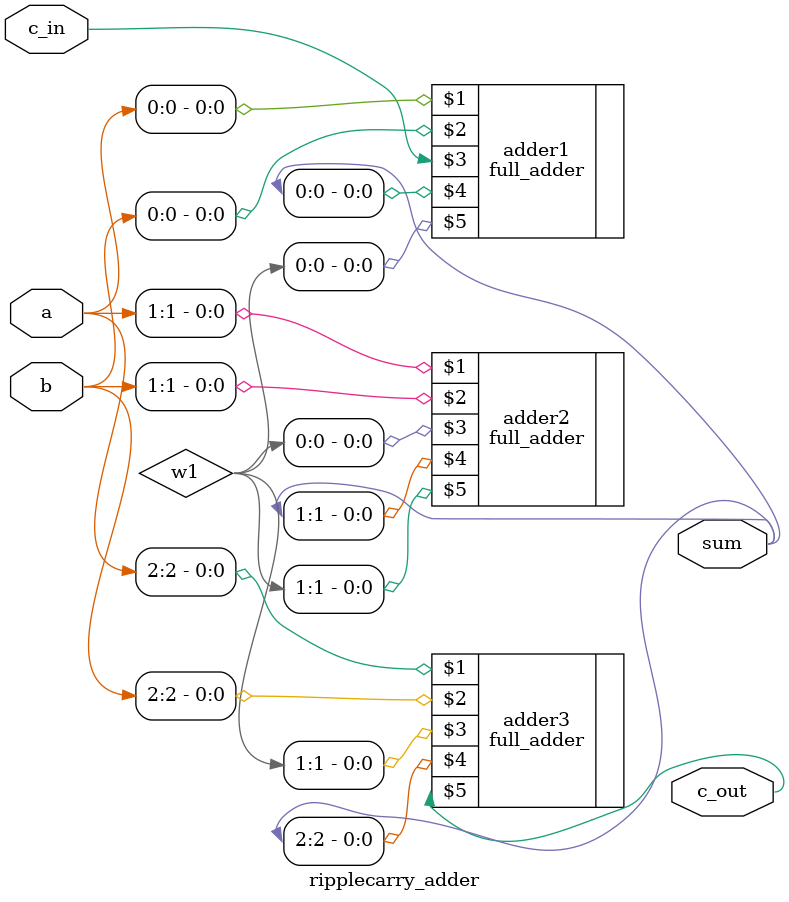
<source format=v>
`timescale 1ns / 1ps

  module ripplecarry_adder(
    input c_in,
    input  [2:0] a,
    input  [2:0] b,
    output [2:0] sum,
    output c_out

    );
    
    wire [2:0] w1, w2, w3;
    
    full_adder adder1 (a[0], b[0], c_in, sum[0], w1[0]);
    full_adder adder2(a[1], b[1], w1[0], sum[1], w1[1]);
    full_adder adder3(a[2], b[2], w1[1], sum[2], c_out);
 
 
    
endmodule




</source>
